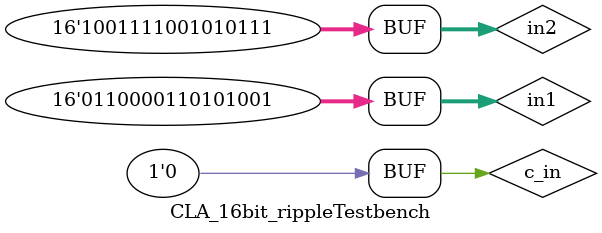
<source format=v>
`timescale 1ns / 1ps

/*
    Assignment Number: 1
    Problem Number: 1 Ripple Carry Adder
    Semester Number: 5
    Group Number: 1 
    Group Members: Animesh Jha(19CS10010), Nisarg Upadhyaya (19CS30031)
*/
////////////////////////////////////////////////////////////////////////////////

module CLA_16bit_rippleTestbench;

	// Inputs
	reg [15:0] in1;
	reg [15:0] in2;
	reg c_in;

	// Outputs
	wire [15:0] sum;
	wire [16:1] carry;

	// Instantiate the Unit Under Test (UUT)
	CLA_16bit_ripple uut (
		.in1(in1), 
		.in2(in2), 
		.c_in(c_in), 
		.sum(sum), 
		.carry(carry)
	);

	initial begin
		// Initialize Inputs
		in1 = 16'd3245; in2 = 16'd16785; c_in = 0;
		#100;
		in1 = 16'd3245; in2 = 16'd16785; c_in = 1;
		#100;
		in1 = 16'd25000; in2 = 16'd40535; c_in = 0;
		#100;
		in1 = 16'd25001; in2 = 16'd40535; c_in = 0;
        
		$monitor ("in1 = %d, in2 = %d, c_in = %d, sum = %d, c_out = %d", in1, in2, c_in, sum, carry[16]);

	end
      
endmodule


</source>
